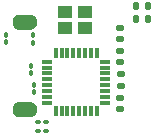
<source format=gts>
G04 #@! TF.GenerationSoftware,KiCad,Pcbnew,8.0.9-8.0.9-0~ubuntu22.04.1*
G04 #@! TF.CreationDate,2025-06-17T20:00:39-06:00*
G04 #@! TF.ProjectId,dongle,646f6e67-6c65-42e6-9b69-6361645f7063,rev?*
G04 #@! TF.SameCoordinates,Original*
G04 #@! TF.FileFunction,Soldermask,Top*
G04 #@! TF.FilePolarity,Negative*
%FSLAX46Y46*%
G04 Gerber Fmt 4.6, Leading zero omitted, Abs format (unit mm)*
G04 Created by KiCad (PCBNEW 8.0.9-8.0.9-0~ubuntu22.04.1) date 2025-06-17 20:00:39*
%MOMM*%
%LPD*%
G01*
G04 APERTURE LIST*
G04 Aperture macros list*
%AMRoundRect*
0 Rectangle with rounded corners*
0 $1 Rounding radius*
0 $2 $3 $4 $5 $6 $7 $8 $9 X,Y pos of 4 corners*
0 Add a 4 corners polygon primitive as box body*
4,1,4,$2,$3,$4,$5,$6,$7,$8,$9,$2,$3,0*
0 Add four circle primitives for the rounded corners*
1,1,$1+$1,$2,$3*
1,1,$1+$1,$4,$5*
1,1,$1+$1,$6,$7*
1,1,$1+$1,$8,$9*
0 Add four rect primitives between the rounded corners*
20,1,$1+$1,$2,$3,$4,$5,0*
20,1,$1+$1,$4,$5,$6,$7,0*
20,1,$1+$1,$6,$7,$8,$9,0*
20,1,$1+$1,$8,$9,$2,$3,0*%
G04 Aperture macros list end*
%ADD10C,0.010000*%
%ADD11RoundRect,0.147500X-0.147500X-0.172500X0.147500X-0.172500X0.147500X0.172500X-0.147500X0.172500X0*%
%ADD12RoundRect,0.100000X0.100000X-0.130000X0.100000X0.130000X-0.100000X0.130000X-0.100000X-0.130000X0*%
%ADD13R,0.850000X0.300000*%
%ADD14R,0.300000X0.850000*%
%ADD15RoundRect,0.100000X-0.100000X0.130000X-0.100000X-0.130000X0.100000X-0.130000X0.100000X0.130000X0*%
%ADD16RoundRect,0.100000X0.130000X0.100000X-0.130000X0.100000X-0.130000X-0.100000X0.130000X-0.100000X0*%
%ADD17RoundRect,0.140000X-0.170000X0.140000X-0.170000X-0.140000X0.170000X-0.140000X0.170000X0.140000X0*%
%ADD18RoundRect,0.147500X-0.172500X0.147500X-0.172500X-0.147500X0.172500X-0.147500X0.172500X0.147500X0*%
%ADD19R,1.200000X1.000000*%
%ADD20RoundRect,0.140000X0.140000X0.170000X-0.140000X0.170000X-0.140000X-0.170000X0.140000X-0.170000X0*%
%ADD21RoundRect,0.050000X-0.050000X0.050000X-0.050000X-0.050000X0.050000X-0.050000X0.050000X0.050000X0*%
G04 APERTURE END LIST*
D10*
X143031000Y-90501000D02*
X143063000Y-90503000D01*
X143094000Y-90507000D01*
X143125000Y-90513000D01*
X143155000Y-90520000D01*
X143185000Y-90529000D01*
X143215000Y-90540000D01*
X143244000Y-90552000D01*
X143272000Y-90565000D01*
X143300000Y-90580000D01*
X143327000Y-90597000D01*
X143353000Y-90615000D01*
X143378000Y-90634000D01*
X143401000Y-90654000D01*
X143424000Y-90676000D01*
X143446000Y-90699000D01*
X143466000Y-90722000D01*
X143485000Y-90747000D01*
X143503000Y-90773000D01*
X143520000Y-90800000D01*
X143535000Y-90828000D01*
X143548000Y-90856000D01*
X143560000Y-90885000D01*
X143571000Y-90915000D01*
X143580000Y-90945000D01*
X143587000Y-90975000D01*
X143593000Y-91006000D01*
X143597000Y-91037000D01*
X143599000Y-91069000D01*
X143600000Y-91100000D01*
X143599000Y-91131000D01*
X143597000Y-91163000D01*
X143593000Y-91194000D01*
X143587000Y-91225000D01*
X143580000Y-91255000D01*
X143571000Y-91285000D01*
X143560000Y-91315000D01*
X143548000Y-91344000D01*
X143535000Y-91372000D01*
X143520000Y-91400000D01*
X143503000Y-91427000D01*
X143485000Y-91453000D01*
X143466000Y-91478000D01*
X143446000Y-91501000D01*
X143424000Y-91524000D01*
X143401000Y-91546000D01*
X143378000Y-91566000D01*
X143353000Y-91585000D01*
X143327000Y-91603000D01*
X143300000Y-91620000D01*
X143272000Y-91635000D01*
X143244000Y-91648000D01*
X143215000Y-91660000D01*
X143185000Y-91671000D01*
X143155000Y-91680000D01*
X143125000Y-91687000D01*
X143094000Y-91693000D01*
X143063000Y-91697000D01*
X143031000Y-91699000D01*
X143000000Y-91700000D01*
X142200000Y-91700000D01*
X142169000Y-91699000D01*
X142137000Y-91697000D01*
X142106000Y-91693000D01*
X142075000Y-91687000D01*
X142045000Y-91680000D01*
X142015000Y-91671000D01*
X141985000Y-91660000D01*
X141956000Y-91648000D01*
X141928000Y-91635000D01*
X141900000Y-91620000D01*
X141873000Y-91603000D01*
X141847000Y-91585000D01*
X141822000Y-91566000D01*
X141799000Y-91546000D01*
X141776000Y-91524000D01*
X141754000Y-91501000D01*
X141734000Y-91478000D01*
X141715000Y-91453000D01*
X141697000Y-91427000D01*
X141680000Y-91400000D01*
X141665000Y-91372000D01*
X141652000Y-91344000D01*
X141640000Y-91315000D01*
X141629000Y-91285000D01*
X141620000Y-91255000D01*
X141613000Y-91225000D01*
X141607000Y-91194000D01*
X141603000Y-91163000D01*
X141601000Y-91131000D01*
X141600000Y-91100000D01*
X141601000Y-91069000D01*
X141603000Y-91037000D01*
X141607000Y-91006000D01*
X141613000Y-90975000D01*
X141620000Y-90945000D01*
X141629000Y-90915000D01*
X141640000Y-90885000D01*
X141652000Y-90856000D01*
X141665000Y-90828000D01*
X141680000Y-90800000D01*
X141697000Y-90773000D01*
X141715000Y-90747000D01*
X141734000Y-90722000D01*
X141754000Y-90699000D01*
X141776000Y-90676000D01*
X141799000Y-90654000D01*
X141822000Y-90634000D01*
X141847000Y-90615000D01*
X141873000Y-90597000D01*
X141900000Y-90580000D01*
X141928000Y-90565000D01*
X141956000Y-90552000D01*
X141985000Y-90540000D01*
X142015000Y-90529000D01*
X142045000Y-90520000D01*
X142075000Y-90513000D01*
X142106000Y-90507000D01*
X142137000Y-90503000D01*
X142169000Y-90501000D01*
X142200000Y-90500000D01*
X143000000Y-90500000D01*
X143031000Y-90501000D01*
G36*
X143031000Y-90501000D02*
G01*
X143063000Y-90503000D01*
X143094000Y-90507000D01*
X143125000Y-90513000D01*
X143155000Y-90520000D01*
X143185000Y-90529000D01*
X143215000Y-90540000D01*
X143244000Y-90552000D01*
X143272000Y-90565000D01*
X143300000Y-90580000D01*
X143327000Y-90597000D01*
X143353000Y-90615000D01*
X143378000Y-90634000D01*
X143401000Y-90654000D01*
X143424000Y-90676000D01*
X143446000Y-90699000D01*
X143466000Y-90722000D01*
X143485000Y-90747000D01*
X143503000Y-90773000D01*
X143520000Y-90800000D01*
X143535000Y-90828000D01*
X143548000Y-90856000D01*
X143560000Y-90885000D01*
X143571000Y-90915000D01*
X143580000Y-90945000D01*
X143587000Y-90975000D01*
X143593000Y-91006000D01*
X143597000Y-91037000D01*
X143599000Y-91069000D01*
X143600000Y-91100000D01*
X143599000Y-91131000D01*
X143597000Y-91163000D01*
X143593000Y-91194000D01*
X143587000Y-91225000D01*
X143580000Y-91255000D01*
X143571000Y-91285000D01*
X143560000Y-91315000D01*
X143548000Y-91344000D01*
X143535000Y-91372000D01*
X143520000Y-91400000D01*
X143503000Y-91427000D01*
X143485000Y-91453000D01*
X143466000Y-91478000D01*
X143446000Y-91501000D01*
X143424000Y-91524000D01*
X143401000Y-91546000D01*
X143378000Y-91566000D01*
X143353000Y-91585000D01*
X143327000Y-91603000D01*
X143300000Y-91620000D01*
X143272000Y-91635000D01*
X143244000Y-91648000D01*
X143215000Y-91660000D01*
X143185000Y-91671000D01*
X143155000Y-91680000D01*
X143125000Y-91687000D01*
X143094000Y-91693000D01*
X143063000Y-91697000D01*
X143031000Y-91699000D01*
X143000000Y-91700000D01*
X142200000Y-91700000D01*
X142169000Y-91699000D01*
X142137000Y-91697000D01*
X142106000Y-91693000D01*
X142075000Y-91687000D01*
X142045000Y-91680000D01*
X142015000Y-91671000D01*
X141985000Y-91660000D01*
X141956000Y-91648000D01*
X141928000Y-91635000D01*
X141900000Y-91620000D01*
X141873000Y-91603000D01*
X141847000Y-91585000D01*
X141822000Y-91566000D01*
X141799000Y-91546000D01*
X141776000Y-91524000D01*
X141754000Y-91501000D01*
X141734000Y-91478000D01*
X141715000Y-91453000D01*
X141697000Y-91427000D01*
X141680000Y-91400000D01*
X141665000Y-91372000D01*
X141652000Y-91344000D01*
X141640000Y-91315000D01*
X141629000Y-91285000D01*
X141620000Y-91255000D01*
X141613000Y-91225000D01*
X141607000Y-91194000D01*
X141603000Y-91163000D01*
X141601000Y-91131000D01*
X141600000Y-91100000D01*
X141601000Y-91069000D01*
X141603000Y-91037000D01*
X141607000Y-91006000D01*
X141613000Y-90975000D01*
X141620000Y-90945000D01*
X141629000Y-90915000D01*
X141640000Y-90885000D01*
X141652000Y-90856000D01*
X141665000Y-90828000D01*
X141680000Y-90800000D01*
X141697000Y-90773000D01*
X141715000Y-90747000D01*
X141734000Y-90722000D01*
X141754000Y-90699000D01*
X141776000Y-90676000D01*
X141799000Y-90654000D01*
X141822000Y-90634000D01*
X141847000Y-90615000D01*
X141873000Y-90597000D01*
X141900000Y-90580000D01*
X141928000Y-90565000D01*
X141956000Y-90552000D01*
X141985000Y-90540000D01*
X142015000Y-90529000D01*
X142045000Y-90520000D01*
X142075000Y-90513000D01*
X142106000Y-90507000D01*
X142137000Y-90503000D01*
X142169000Y-90501000D01*
X142200000Y-90500000D01*
X143000000Y-90500000D01*
X143031000Y-90501000D01*
G37*
X143031000Y-97901000D02*
X143063000Y-97903000D01*
X143094000Y-97907000D01*
X143125000Y-97913000D01*
X143155000Y-97920000D01*
X143185000Y-97929000D01*
X143215000Y-97940000D01*
X143244000Y-97952000D01*
X143272000Y-97965000D01*
X143300000Y-97980000D01*
X143327000Y-97997000D01*
X143353000Y-98015000D01*
X143378000Y-98034000D01*
X143401000Y-98054000D01*
X143424000Y-98076000D01*
X143446000Y-98099000D01*
X143466000Y-98122000D01*
X143485000Y-98147000D01*
X143503000Y-98173000D01*
X143520000Y-98200000D01*
X143535000Y-98228000D01*
X143548000Y-98256000D01*
X143560000Y-98285000D01*
X143571000Y-98315000D01*
X143580000Y-98345000D01*
X143587000Y-98375000D01*
X143593000Y-98406000D01*
X143597000Y-98437000D01*
X143599000Y-98469000D01*
X143600000Y-98500000D01*
X143599000Y-98531000D01*
X143597000Y-98563000D01*
X143593000Y-98594000D01*
X143587000Y-98625000D01*
X143580000Y-98655000D01*
X143571000Y-98685000D01*
X143560000Y-98715000D01*
X143548000Y-98744000D01*
X143535000Y-98772000D01*
X143520000Y-98800000D01*
X143503000Y-98827000D01*
X143485000Y-98853000D01*
X143466000Y-98878000D01*
X143446000Y-98901000D01*
X143424000Y-98924000D01*
X143401000Y-98946000D01*
X143378000Y-98966000D01*
X143353000Y-98985000D01*
X143327000Y-99003000D01*
X143300000Y-99020000D01*
X143272000Y-99035000D01*
X143244000Y-99048000D01*
X143215000Y-99060000D01*
X143185000Y-99071000D01*
X143155000Y-99080000D01*
X143125000Y-99087000D01*
X143094000Y-99093000D01*
X143063000Y-99097000D01*
X143031000Y-99099000D01*
X143000000Y-99100000D01*
X142200000Y-99100000D01*
X142169000Y-99099000D01*
X142137000Y-99097000D01*
X142106000Y-99093000D01*
X142075000Y-99087000D01*
X142045000Y-99080000D01*
X142015000Y-99071000D01*
X141985000Y-99060000D01*
X141956000Y-99048000D01*
X141928000Y-99035000D01*
X141900000Y-99020000D01*
X141873000Y-99003000D01*
X141847000Y-98985000D01*
X141822000Y-98966000D01*
X141799000Y-98946000D01*
X141776000Y-98924000D01*
X141754000Y-98901000D01*
X141734000Y-98878000D01*
X141715000Y-98853000D01*
X141697000Y-98827000D01*
X141680000Y-98800000D01*
X141665000Y-98772000D01*
X141652000Y-98744000D01*
X141640000Y-98715000D01*
X141629000Y-98685000D01*
X141620000Y-98655000D01*
X141613000Y-98625000D01*
X141607000Y-98594000D01*
X141603000Y-98563000D01*
X141601000Y-98531000D01*
X141600000Y-98500000D01*
X141601000Y-98469000D01*
X141603000Y-98437000D01*
X141607000Y-98406000D01*
X141613000Y-98375000D01*
X141620000Y-98345000D01*
X141629000Y-98315000D01*
X141640000Y-98285000D01*
X141652000Y-98256000D01*
X141665000Y-98228000D01*
X141680000Y-98200000D01*
X141697000Y-98173000D01*
X141715000Y-98147000D01*
X141734000Y-98122000D01*
X141754000Y-98099000D01*
X141776000Y-98076000D01*
X141799000Y-98054000D01*
X141822000Y-98034000D01*
X141847000Y-98015000D01*
X141873000Y-97997000D01*
X141900000Y-97980000D01*
X141928000Y-97965000D01*
X141956000Y-97952000D01*
X141985000Y-97940000D01*
X142015000Y-97929000D01*
X142045000Y-97920000D01*
X142075000Y-97913000D01*
X142106000Y-97907000D01*
X142137000Y-97903000D01*
X142169000Y-97901000D01*
X142200000Y-97900000D01*
X143000000Y-97900000D01*
X143031000Y-97901000D01*
G36*
X143031000Y-97901000D02*
G01*
X143063000Y-97903000D01*
X143094000Y-97907000D01*
X143125000Y-97913000D01*
X143155000Y-97920000D01*
X143185000Y-97929000D01*
X143215000Y-97940000D01*
X143244000Y-97952000D01*
X143272000Y-97965000D01*
X143300000Y-97980000D01*
X143327000Y-97997000D01*
X143353000Y-98015000D01*
X143378000Y-98034000D01*
X143401000Y-98054000D01*
X143424000Y-98076000D01*
X143446000Y-98099000D01*
X143466000Y-98122000D01*
X143485000Y-98147000D01*
X143503000Y-98173000D01*
X143520000Y-98200000D01*
X143535000Y-98228000D01*
X143548000Y-98256000D01*
X143560000Y-98285000D01*
X143571000Y-98315000D01*
X143580000Y-98345000D01*
X143587000Y-98375000D01*
X143593000Y-98406000D01*
X143597000Y-98437000D01*
X143599000Y-98469000D01*
X143600000Y-98500000D01*
X143599000Y-98531000D01*
X143597000Y-98563000D01*
X143593000Y-98594000D01*
X143587000Y-98625000D01*
X143580000Y-98655000D01*
X143571000Y-98685000D01*
X143560000Y-98715000D01*
X143548000Y-98744000D01*
X143535000Y-98772000D01*
X143520000Y-98800000D01*
X143503000Y-98827000D01*
X143485000Y-98853000D01*
X143466000Y-98878000D01*
X143446000Y-98901000D01*
X143424000Y-98924000D01*
X143401000Y-98946000D01*
X143378000Y-98966000D01*
X143353000Y-98985000D01*
X143327000Y-99003000D01*
X143300000Y-99020000D01*
X143272000Y-99035000D01*
X143244000Y-99048000D01*
X143215000Y-99060000D01*
X143185000Y-99071000D01*
X143155000Y-99080000D01*
X143125000Y-99087000D01*
X143094000Y-99093000D01*
X143063000Y-99097000D01*
X143031000Y-99099000D01*
X143000000Y-99100000D01*
X142200000Y-99100000D01*
X142169000Y-99099000D01*
X142137000Y-99097000D01*
X142106000Y-99093000D01*
X142075000Y-99087000D01*
X142045000Y-99080000D01*
X142015000Y-99071000D01*
X141985000Y-99060000D01*
X141956000Y-99048000D01*
X141928000Y-99035000D01*
X141900000Y-99020000D01*
X141873000Y-99003000D01*
X141847000Y-98985000D01*
X141822000Y-98966000D01*
X141799000Y-98946000D01*
X141776000Y-98924000D01*
X141754000Y-98901000D01*
X141734000Y-98878000D01*
X141715000Y-98853000D01*
X141697000Y-98827000D01*
X141680000Y-98800000D01*
X141665000Y-98772000D01*
X141652000Y-98744000D01*
X141640000Y-98715000D01*
X141629000Y-98685000D01*
X141620000Y-98655000D01*
X141613000Y-98625000D01*
X141607000Y-98594000D01*
X141603000Y-98563000D01*
X141601000Y-98531000D01*
X141600000Y-98500000D01*
X141601000Y-98469000D01*
X141603000Y-98437000D01*
X141607000Y-98406000D01*
X141613000Y-98375000D01*
X141620000Y-98345000D01*
X141629000Y-98315000D01*
X141640000Y-98285000D01*
X141652000Y-98256000D01*
X141665000Y-98228000D01*
X141680000Y-98200000D01*
X141697000Y-98173000D01*
X141715000Y-98147000D01*
X141734000Y-98122000D01*
X141754000Y-98099000D01*
X141776000Y-98076000D01*
X141799000Y-98054000D01*
X141822000Y-98034000D01*
X141847000Y-98015000D01*
X141873000Y-97997000D01*
X141900000Y-97980000D01*
X141928000Y-97965000D01*
X141956000Y-97952000D01*
X141985000Y-97940000D01*
X142015000Y-97929000D01*
X142045000Y-97920000D01*
X142075000Y-97913000D01*
X142106000Y-97907000D01*
X142137000Y-97903000D01*
X142169000Y-97901000D01*
X142200000Y-97900000D01*
X143000000Y-97900000D01*
X143031000Y-97901000D01*
G37*
D11*
X152065000Y-89800000D03*
X153035000Y-89800000D03*
D12*
X141050002Y-92820000D03*
X141049998Y-92180000D03*
D13*
X144550000Y-94475000D03*
X144550000Y-94975000D03*
X144550000Y-95475000D03*
X144550000Y-95975000D03*
X144550000Y-96475000D03*
X144550000Y-96975000D03*
X144550000Y-97475000D03*
X144550000Y-97975000D03*
D14*
X145250000Y-98675000D03*
X145750000Y-98675000D03*
X146250000Y-98675000D03*
X146750000Y-98675000D03*
X147250000Y-98675000D03*
X147750000Y-98675000D03*
X148250000Y-98675000D03*
X148750000Y-98675000D03*
D13*
X149450000Y-97975000D03*
X149450000Y-97475000D03*
X149450000Y-96975000D03*
X149450000Y-96475000D03*
X149450000Y-95975000D03*
X149450000Y-95475000D03*
X149450000Y-94975000D03*
X149450000Y-94475000D03*
D14*
X148750000Y-93775000D03*
X148250000Y-93775000D03*
X147750000Y-93775000D03*
X147250000Y-93775000D03*
X146750000Y-93775000D03*
X146250000Y-93775000D03*
X145750000Y-93775000D03*
X145250000Y-93775000D03*
D15*
X143325002Y-92255000D03*
X143324998Y-92895000D03*
D16*
X144400000Y-99550000D03*
X143760004Y-99550006D03*
D17*
X150700000Y-91625000D03*
X150700000Y-92584998D03*
D16*
X144399998Y-100375004D03*
X143760002Y-100375010D03*
D18*
X150750000Y-95540000D03*
X150750000Y-96510000D03*
D15*
X143200002Y-94805000D03*
X143199998Y-95445000D03*
D19*
X146050000Y-91599998D03*
X147750000Y-91599998D03*
X147750000Y-90299998D03*
X146050000Y-90299998D03*
D18*
X150725000Y-97515000D03*
X150725000Y-98485000D03*
D12*
X143375001Y-97070002D03*
X143374999Y-96429998D03*
D20*
X153030000Y-90825000D03*
X152070000Y-90825000D03*
D21*
X153080002Y-89600002D03*
D18*
X150700000Y-93565000D03*
X150700000Y-94535000D03*
M02*

</source>
